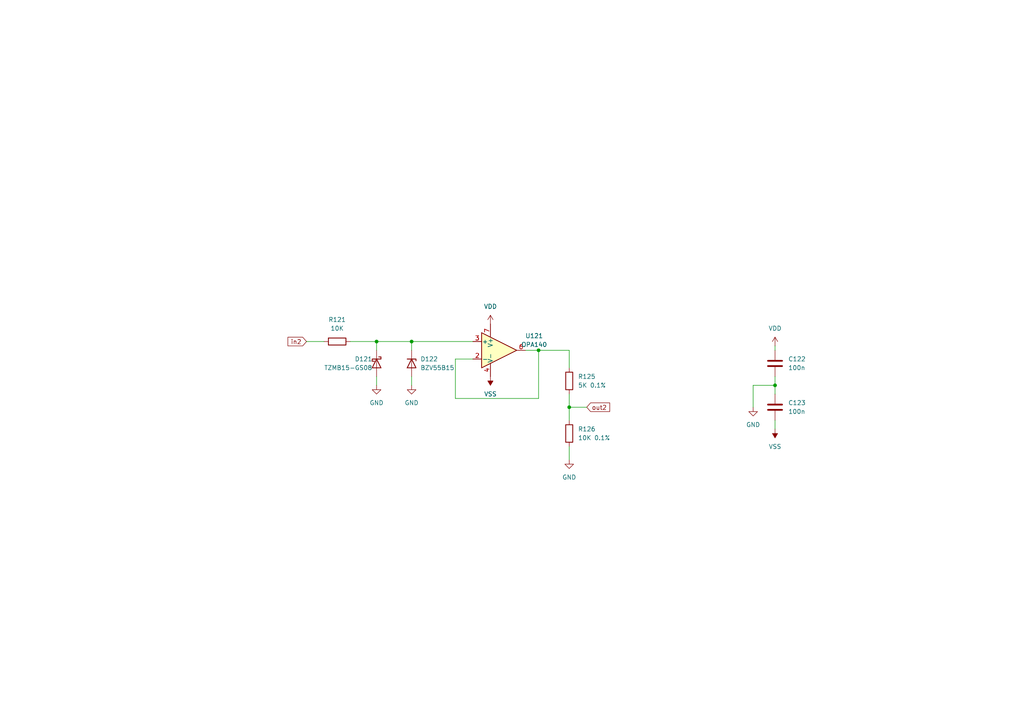
<source format=kicad_sch>
(kicad_sch (version 20230121) (generator eeschema)
  (paper "A4")
  (lib_symbols
    (symbol "Amplifier_Operational:OPA188xxD" (pin_names (offset 0.127))
      (property "Reference" "U" (at 0 6.35 0))
      (property "Value" "OPA188xxD" (at 0 3.81 0))
      (symbol "OPA188xxD_0_1"
        (polyline (pts (xy -5.08 5.08) (xy 5.08 0) (xy -5.08 -5.08) (xy -5.08 5.08)) (stroke (width 0.254)) (fill (type background)))
      )
      (symbol "OPA188xxD_1_1"
        (pin no_connect line (at -2.54 2.54 270) (length 2.54) hide (name "NC") (number "1"))
        (pin input line (at -7.62 -2.54 0) (length 2.54) (name "-") (number "2"))
        (pin input line (at -7.62 2.54 0) (length 2.54) (name "+") (number "3"))
        (pin power_in line (at -2.54 -7.62 90) (length 3.81) (name "V-") (number "4"))
        (pin no_connect line (at 0 2.54 270) (length 2.54) hide (name "NC") (number "5"))
        (pin output line (at 7.62 0 180) (length 2.54) (name "~") (number "6"))
        (pin power_in line (at -2.54 7.62 270) (length 3.81) (name "V+") (number "7"))
        (pin no_connect line (at 0 -2.54 90) (length 2.54) hide (name "NC") (number "8"))
      )
    )
    (symbol "Device:C" (pin_numbers hide) (pin_names (offset 0.254))
      (property "Reference" "C" (at 0.635 2.54 0))
      (property "Value" "C" (at 0.635 -2.54 0))
      (symbol "C_0_1"
        (polyline (pts (xy -2.032 -0.762) (xy 2.032 -0.762)) (stroke (width 0.508)))
        (polyline (pts (xy -2.032 0.762) (xy 2.032 0.762)) (stroke (width 0.508)))
      )
      (symbol "C_1_1"
        (pin passive line (at 0 3.81 270) (length 2.794) (name "~") (number "1"))
        (pin passive line (at 0 -3.81 90) (length 2.794) (name "~") (number "2"))
      )
    )
    (symbol "Device:D_Schottky" (pin_numbers hide) (pin_names (offset 1.016) hide)
      (property "Reference" "D" (at 0 2.54 0))
      (property "Value" "D_Schottky" (at 0 -2.54 0))
      (symbol "D_Schottky_0_1"
        (polyline (pts (xy 1.27 0) (xy -1.27 0)))
        (polyline (pts (xy 1.27 1.27) (xy 1.27 -1.27) (xy -1.27 0) (xy 1.27 1.27)) (stroke (width 0.254)))
        (polyline (pts (xy -1.905 0.635) (xy -1.905 1.27) (xy -1.27 1.27) (xy -1.27 -1.27) (xy -0.635 -1.27) (xy -0.635 -0.635)) (stroke (width 0.254)))
      )
      (symbol "D_Schottky_1_1"
        (pin passive line (at -3.81 0 0) (length 2.54) (name "K") (number "1"))
        (pin passive line (at 3.81 0 180) (length 2.54) (name "A") (number "2"))
      )
    )
    (symbol "Device:R" (pin_numbers hide) (pin_names (offset 0))
      (property "Reference" "R" (at 2.032 0 90))
      (property "Value" "R" (at 0 0 90))
      (symbol "R_0_1"
        (rectangle (start -1.016 -2.54) (end 1.016 2.54) (stroke (width 0.254)))
      )
      (symbol "R_1_1"
        (pin passive line (at 0 3.81 270) (length 1.27) (name "~") (number "1"))
        (pin passive line (at 0 -3.81 90) (length 1.27) (name "~") (number "2"))
      )
    )
    (symbol "Diode:BZV55B15" (pin_numbers hide) (pin_names hide)
      (property "Reference" "D" (at 0 2.54 0))
      (property "Value" "BZV55B15" (at 0 -2.54 0))
      (symbol "BZV55B15_0_1"
        (polyline (pts (xy 1.27 0) (xy -1.27 0)))
        (polyline (pts (xy -1.27 -1.27) (xy -1.27 1.27) (xy -0.762 1.27)) (stroke (width 0.254)))
        (polyline (pts (xy 1.27 -1.27) (xy 1.27 1.27) (xy -1.27 0) (xy 1.27 -1.27)) (stroke (width 0.254)))
      )
      (symbol "BZV55B15_1_1"
        (pin passive line (at -3.81 0 0) (length 2.54) (name "K") (number "1"))
        (pin passive line (at 3.81 0 180) (length 2.54) (name "A") (number "2"))
      )
    )
    (symbol "power:GND" (power) (pin_names (offset 0))
      (property "Value" "GND" (at 0 -3.81 0))
      (symbol "GND_0_1"
        (polyline (pts (xy 0 0) (xy 0 -1.27) (xy 1.27 -1.27) (xy 0 -2.54) (xy -1.27 -1.27) (xy 0 -1.27)))
      )
      (symbol "GND_1_1"
        (pin power_in line (at 0 0 270) (length 0) hide (name "GND") (number "1"))
      )
    )
    (symbol "power:VDD" (power) (pin_names (offset 0))
      (property "Value" "VDD" (at 0 3.81 0))
      (symbol "VDD_0_1"
        (polyline (pts (xy -0.762 1.27) (xy 0 2.54)))
        (polyline (pts (xy 0 0) (xy 0 2.54)))
        (polyline (pts (xy 0 2.54) (xy 0.762 1.27)))
      )
      (symbol "VDD_1_1"
        (pin power_in line (at 0 0 90) (length 0) hide (name "VDD") (number "1"))
      )
    )
    (symbol "power:VSS" (power) (pin_names (offset 0))
      (property "Value" "VSS" (at 0 3.81 0))
      (symbol "VSS_0_1"
        (polyline (pts (xy 0 0) (xy 0 2.54)))
        (polyline (pts (xy 0.762 1.27) (xy -0.762 1.27) (xy 0 2.54) (xy 0.762 1.27)) (fill (type outline)))
      )
      (symbol "VSS_1_1"
        (pin power_in line (at 0 0 90) (length 0) hide (name "VSS") (number "1"))
      )
    )
  )
  (junction (at 109.22 99.06))
  (junction (at 224.79 111.76))
  (junction (at 156.21 101.6))
  (junction (at 119.38 99.06))
  (junction (at 165.1 118.11))
  (wire (pts (xy 224.79 100.33) (xy 224.79 101.6)))
  (wire (pts (xy 132.08 104.14) (xy 137.16 104.14)))
  (wire (pts (xy 218.44 111.76) (xy 224.79 111.76)))
  (wire (pts (xy 165.1 114.3) (xy 165.1 118.11)))
  (wire (pts (xy 165.1 129.54) (xy 165.1 133.35)))
  (wire (pts (xy 119.38 109.22) (xy 119.38 111.76)))
  (wire (pts (xy 165.1 101.6) (xy 165.1 106.68)))
  (wire (pts (xy 156.21 115.57) (xy 156.21 101.6)))
  (wire (pts (xy 132.08 115.57) (xy 156.21 115.57)))
  (wire (pts (xy 109.22 109.22) (xy 109.22 111.76)))
  (wire (pts (xy 109.22 99.06) (xy 109.22 101.6)))
  (wire (pts (xy 165.1 118.11) (xy 170.18 118.11)))
  (wire (pts (xy 88.9 99.06) (xy 93.98 99.06)))
  (wire (pts (xy 101.6 99.06) (xy 109.22 99.06)))
  (wire (pts (xy 119.38 99.06) (xy 119.38 101.6)))
  (wire (pts (xy 119.38 99.06) (xy 137.16 99.06)))
  (wire (pts (xy 165.1 118.11) (xy 165.1 121.92)))
  (wire (pts (xy 132.08 104.14) (xy 132.08 115.57)))
  (wire (pts (xy 109.22 99.06) (xy 119.38 99.06)))
  (wire (pts (xy 224.79 121.92) (xy 224.79 124.46)))
  (wire (pts (xy 156.21 101.6) (xy 165.1 101.6)))
  (wire (pts (xy 218.44 118.11) (xy 218.44 111.76)))
  (wire (pts (xy 224.79 109.22) (xy 224.79 111.76)))
  (wire (pts (xy 152.4 101.6) (xy 156.21 101.6)))
  (wire (pts (xy 224.79 111.76) (xy 224.79 114.3)))
  (global_label "in2" (shape input) (at 88.9 99.06 180) (property "Intersheetrefs" "${INTERSHEET_REFS}" (effects hide)))
  (global_label "out2" (shape input) (at 170.18 118.11 0) (property "Intersheetrefs" "${INTERSHEET_REFS}" (effects hide)))
  (symbol (lib_id "power:GND") (at 119.38 111.76 0) (unit 1)
    (property "Reference" "#PWR0124" (effects hide))
    (property "Value" "GND" (at 119.38 116.84 0))
  )
  (symbol (lib_id "power:GND") (at 218.44 118.11 0) (unit 1)
    (property "Reference" "#PWR0131" (effects hide))
    (property "Value" "GND" (at 218.44 123.19 0))
  )
  (symbol (lib_id "Amplifier_Operational:OPA188xxD") (at 144.78 101.6 0) (unit 1)
    (property "Reference" "U121" (at 154.94 97.4091 0))
    (property "Value" "OPA140" (at 154.94 99.9491 0))
    (property "Footprint" "Package_SO:SOIC-8_3.9x4.9mm_P1.27mm" (effects hide))
    (property "Datasheet" "http://www.ti.com/lit/ds/symlink/opa188.pdf" (effects hide))
  )
  (symbol (lib_id "Device:D_Schottky") (at 109.22 105.41 270) (unit 1)
    (property "Reference" "D121" (at 102.87 104.14 90) (effects (justify left)))
    (property "Value" "TZMB15-GS08" (at 93.98 106.68 90) (effects (justify left)))
    (property "Footprint" "Diode_SMD:D_MiniMELF" (effects hide))
  )
  (symbol (lib_id "power:GND") (at 109.22 111.76 0) (unit 1)
    (property "Reference" "#PWR0123" (effects hide))
    (property "Value" "GND" (at 109.22 116.84 0))
  )
  (symbol (lib_id "Device:R") (at 165.1 110.49 0) (unit 1)
    (property "Reference" "R125" (at 167.64 109.22 0) (effects (justify left)))
    (property "Value" "5K 0.1%" (at 167.64 111.76 0) (effects (justify left)))
    (property "Footprint" "Resistor_SMD:R_0805_2012Metric_Pad1.20x1.40mm_HandSolder" (effects hide))
  )
  (symbol (lib_id "power:GND") (at 165.1 133.35 0) (unit 1)
    (property "Reference" "#PWR0130" (effects hide))
    (property "Value" "GND" (at 165.1 138.43 0))
  )
  (symbol (lib_id "power:VSS") (at 142.24 109.22 180) (unit 1)
    (property "Reference" "#PWR0126" (effects hide))
    (property "Value" "VSS" (at 142.24 114.3 0))
  )
  (symbol (lib_id "Device:R") (at 165.1 125.73 0) (unit 1)
    (property "Reference" "R126" (at 167.64 124.46 0) (effects (justify left)))
    (property "Value" "10K 0.1%" (at 167.64 127 0) (effects (justify left)))
    (property "Footprint" "Resistor_SMD:R_0805_2012Metric_Pad1.20x1.40mm_HandSolder" (effects hide))
  )
  (symbol (lib_id "Device:R") (at 97.79 99.06 270) (unit 1)
    (property "Reference" "R121" (at 97.79 92.71 90))
    (property "Value" "10K" (at 97.79 95.25 90))
    (property "Footprint" "Resistor_SMD:R_0805_2012Metric_Pad1.20x1.40mm_HandSolder" (effects hide))
  )
  (symbol (lib_id "power:VSS") (at 224.79 124.46 180) (unit 1)
    (property "Reference" "#PWR0133" (effects hide))
    (property "Value" "VSS" (at 224.79 129.54 0))
  )
  (symbol (lib_id "Device:C") (at 224.79 105.41 0) (unit 1)
    (property "Reference" "C122" (at 228.6 104.14 0) (effects (justify left)))
    (property "Value" "100n" (at 228.6 106.68 0) (effects (justify left)))
    (property "Footprint" "Capacitor_SMD:C_0805_2012Metric_Pad1.18x1.45mm_HandSolder" (effects hide))
  )
  (symbol (lib_id "power:VDD") (at 224.79 100.33 0) (unit 1)
    (property "Reference" "#PWR0132" (effects hide))
    (property "Value" "VDD" (at 224.79 95.25 0))
  )
  (symbol (lib_id "Device:C") (at 224.79 118.11 0) (unit 1)
    (property "Reference" "C123" (at 228.6 116.84 0) (effects (justify left)))
    (property "Value" "100n" (at 228.6 119.38 0) (effects (justify left)))
    (property "Footprint" "Capacitor_SMD:C_0805_2012Metric_Pad1.18x1.45mm_HandSolder" (effects hide))
  )
  (symbol (lib_id "Diode:BZV55B15") (at 119.38 105.41 270) (unit 1)
    (property "Reference" "D122" (at 121.92 104.14 90) (effects (justify left)))
    (property "Value" "BZV55B15" (at 121.92 106.68 90) (effects (justify left)))
    (property "Footprint" "Diode_SMD:D_MiniMELF" (effects hide))
    (property "Datasheet" "https://assets.nexperia.com/documents/data-sheet/BZV55_SER.pdf" (effects hide))
  )
  (symbol (lib_id "power:VDD") (at 142.24 93.98 0) (unit 1)
    (property "Reference" "#PWR0125" (effects hide))
    (property "Value" "VDD" (at 142.24 88.9 0))
  )
)
</source>
